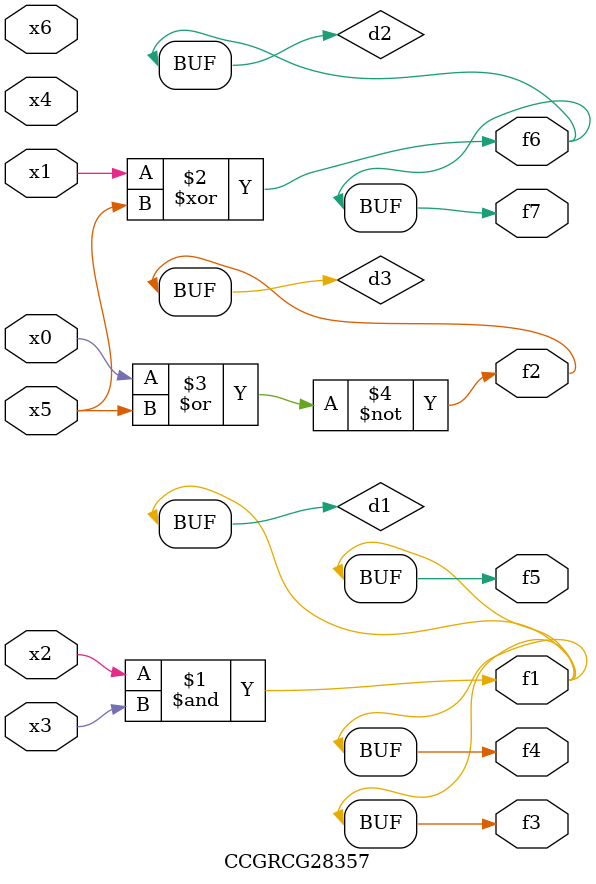
<source format=v>
module CCGRCG28357(
	input x0, x1, x2, x3, x4, x5, x6,
	output f1, f2, f3, f4, f5, f6, f7
);

	wire d1, d2, d3;

	and (d1, x2, x3);
	xor (d2, x1, x5);
	nor (d3, x0, x5);
	assign f1 = d1;
	assign f2 = d3;
	assign f3 = d1;
	assign f4 = d1;
	assign f5 = d1;
	assign f6 = d2;
	assign f7 = d2;
endmodule

</source>
